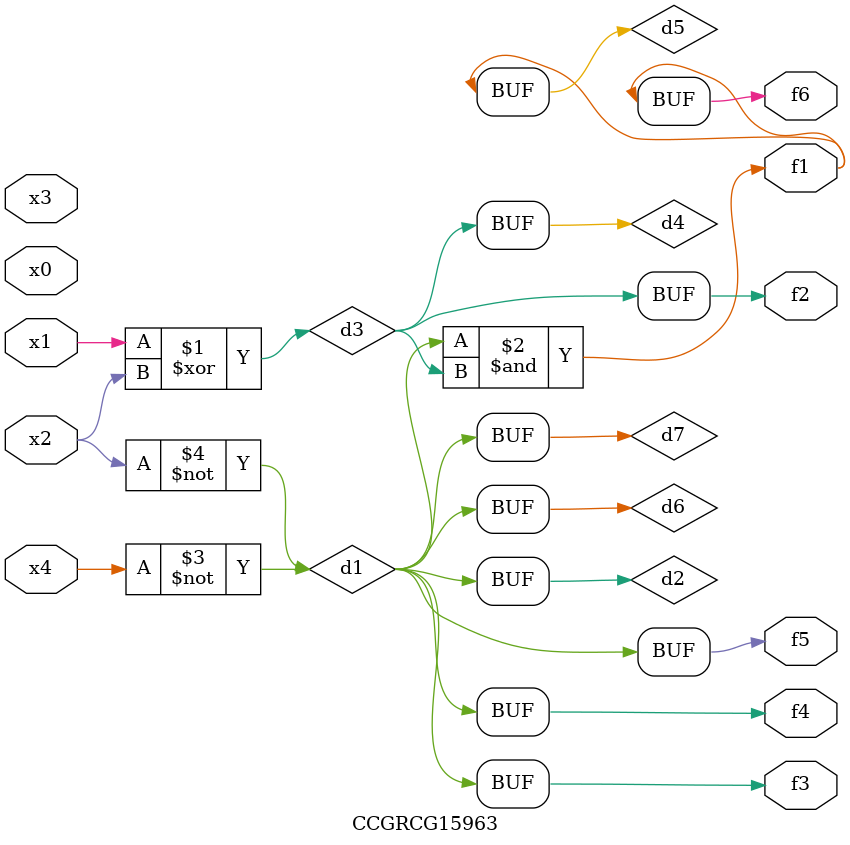
<source format=v>
module CCGRCG15963(
	input x0, x1, x2, x3, x4,
	output f1, f2, f3, f4, f5, f6
);

	wire d1, d2, d3, d4, d5, d6, d7;

	not (d1, x4);
	not (d2, x2);
	xor (d3, x1, x2);
	buf (d4, d3);
	and (d5, d1, d3);
	buf (d6, d1, d2);
	buf (d7, d2);
	assign f1 = d5;
	assign f2 = d4;
	assign f3 = d7;
	assign f4 = d7;
	assign f5 = d7;
	assign f6 = d5;
endmodule

</source>
